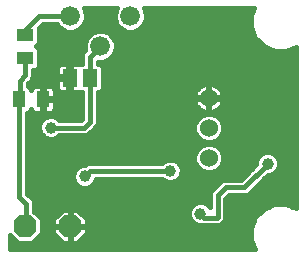
<source format=gbl>
G75*
%MOIN*%
%OFA0B0*%
%FSLAX24Y24*%
%IPPOS*%
%LPD*%
%AMOC8*
5,1,8,0,0,1.08239X$1,22.5*
%
%ADD10R,0.0512X0.0591*%
%ADD11C,0.0600*%
%ADD12OC8,0.0760*%
%ADD13R,0.0433X0.0551*%
%ADD14R,0.0551X0.0433*%
%ADD15C,0.0660*%
%ADD16C,0.0160*%
%ADD17C,0.0396*%
D10*
X002915Y006880D03*
X003585Y006880D03*
D11*
X007545Y006210D03*
X007545Y005210D03*
X007545Y004210D03*
D12*
X002930Y001930D03*
X001430Y001930D03*
D13*
X001226Y006165D03*
X002014Y006165D03*
D14*
X001430Y007536D03*
X001430Y008324D03*
D15*
X002930Y008930D03*
X003930Y007930D03*
X004930Y008930D03*
D16*
X000910Y001658D02*
X000910Y001160D01*
X009085Y001160D01*
X008950Y001485D01*
X008950Y001875D01*
X009099Y002235D01*
X009375Y002511D01*
X009735Y002660D01*
X010125Y002660D01*
X010450Y002525D01*
X010450Y007922D01*
X010125Y007787D01*
X009735Y007787D01*
X009375Y007936D01*
X009099Y008212D01*
X008950Y008572D01*
X008950Y008962D01*
X009047Y009196D01*
X005372Y009196D01*
X005440Y009031D01*
X005440Y008829D01*
X005362Y008641D01*
X005219Y008498D01*
X005031Y008420D01*
X004829Y008420D01*
X004641Y008498D01*
X004498Y008641D01*
X004420Y008829D01*
X004420Y009031D01*
X004488Y009196D01*
X003372Y009196D01*
X003440Y009031D01*
X003440Y008829D01*
X003362Y008641D01*
X003219Y008498D01*
X003031Y008420D01*
X002829Y008420D01*
X002641Y008498D01*
X002498Y008641D01*
X002486Y008670D01*
X002008Y008670D01*
X001886Y008548D01*
X001886Y008033D01*
X001783Y007930D01*
X001886Y007827D01*
X001886Y007245D01*
X001780Y007140D01*
X001690Y007140D01*
X001690Y006918D01*
X001650Y006823D01*
X001510Y006682D01*
X001510Y006621D01*
X001517Y006621D01*
X001623Y006515D01*
X001623Y006485D01*
X001629Y006510D01*
X001653Y006551D01*
X001687Y006585D01*
X001728Y006608D01*
X001773Y006621D01*
X001985Y006621D01*
X001985Y006193D01*
X002042Y006193D01*
X002410Y006193D01*
X002410Y006464D01*
X002398Y006510D01*
X002374Y006551D01*
X002341Y006585D01*
X002300Y006608D01*
X002254Y006621D01*
X002042Y006621D01*
X002042Y006193D01*
X002042Y006137D01*
X002410Y006137D01*
X002410Y005866D01*
X002398Y005820D01*
X002374Y005779D01*
X002341Y005745D01*
X002300Y005722D01*
X002254Y005709D01*
X002042Y005709D01*
X002042Y006137D01*
X001985Y006137D01*
X001985Y005709D01*
X001773Y005709D01*
X001728Y005722D01*
X001687Y005745D01*
X001653Y005779D01*
X001629Y005820D01*
X001623Y005845D01*
X001623Y005815D01*
X001517Y005709D01*
X001486Y005709D01*
X001486Y003021D01*
X001607Y002900D01*
X001680Y002827D01*
X001720Y002732D01*
X001720Y002432D01*
X001990Y002162D01*
X001990Y001698D01*
X001662Y001370D01*
X001198Y001370D01*
X000910Y001658D01*
X000910Y001631D02*
X000937Y001631D01*
X000910Y001473D02*
X001096Y001473D01*
X000910Y001314D02*
X009021Y001314D01*
X008955Y001473D02*
X003264Y001473D01*
X003162Y001370D02*
X003490Y001698D01*
X003490Y001910D01*
X002950Y001910D01*
X002950Y001950D01*
X003490Y001950D01*
X003490Y002162D01*
X003162Y002490D01*
X002950Y002490D01*
X002950Y001950D01*
X002910Y001950D01*
X002910Y002490D01*
X002698Y002490D01*
X002370Y002162D01*
X002370Y001950D01*
X002910Y001950D01*
X002910Y001910D01*
X002950Y001910D01*
X002950Y001370D01*
X003162Y001370D01*
X002950Y001473D02*
X002910Y001473D01*
X002910Y001370D02*
X002910Y001910D01*
X002370Y001910D01*
X002370Y001698D01*
X002698Y001370D01*
X002910Y001370D01*
X002910Y001631D02*
X002950Y001631D01*
X002950Y001790D02*
X002910Y001790D01*
X002910Y001948D02*
X001990Y001948D01*
X001990Y002107D02*
X002370Y002107D01*
X002473Y002265D02*
X001887Y002265D01*
X001728Y002424D02*
X002632Y002424D01*
X002910Y002424D02*
X002950Y002424D01*
X002950Y002265D02*
X002910Y002265D01*
X002910Y002107D02*
X002950Y002107D01*
X002950Y001948D02*
X008980Y001948D01*
X009046Y002107D02*
X008062Y002107D01*
X008060Y002103D02*
X008100Y002198D01*
X008100Y002302D01*
X008100Y002852D01*
X008218Y002970D01*
X008782Y002970D01*
X008877Y003010D01*
X008950Y003083D01*
X009510Y003642D01*
X009585Y003642D01*
X009724Y003699D01*
X009831Y003806D01*
X009888Y003945D01*
X009888Y004095D01*
X009831Y004234D01*
X009724Y004341D01*
X009585Y004398D01*
X009435Y004398D01*
X009296Y004341D01*
X009189Y004234D01*
X009132Y004095D01*
X009132Y004000D01*
X008622Y003490D01*
X008058Y003490D01*
X007963Y003450D01*
X007693Y003180D01*
X007620Y003107D01*
X007580Y003012D01*
X007580Y002575D01*
X007484Y002671D01*
X007345Y002728D01*
X007195Y002728D01*
X007056Y002671D01*
X006949Y002564D01*
X006892Y002425D01*
X006892Y002275D01*
X006949Y002136D01*
X007056Y002029D01*
X007195Y001972D01*
X007320Y001972D01*
X007348Y001960D01*
X007862Y001960D01*
X007957Y002000D01*
X008060Y002103D01*
X008100Y002265D02*
X009129Y002265D01*
X009288Y002424D02*
X008100Y002424D01*
X008100Y002582D02*
X009547Y002582D01*
X008925Y003058D02*
X010450Y003058D01*
X010450Y003216D02*
X009084Y003216D01*
X009242Y003375D02*
X010450Y003375D01*
X010450Y003533D02*
X009401Y003533D01*
X009705Y003692D02*
X010450Y003692D01*
X010450Y003850D02*
X009849Y003850D01*
X009888Y004009D02*
X010450Y004009D01*
X010450Y004167D02*
X009858Y004167D01*
X009739Y004326D02*
X010450Y004326D01*
X010450Y004484D02*
X007950Y004484D01*
X007952Y004482D02*
X007817Y004617D01*
X007640Y004690D01*
X007450Y004690D01*
X007273Y004617D01*
X007138Y004482D01*
X007065Y004305D01*
X007065Y004115D01*
X007138Y003938D01*
X007273Y003803D01*
X007450Y003730D01*
X007640Y003730D01*
X007817Y003803D01*
X007952Y003938D01*
X008025Y004115D01*
X008025Y004305D01*
X007952Y004482D01*
X008017Y004326D02*
X009281Y004326D01*
X009162Y004167D02*
X008025Y004167D01*
X007981Y004009D02*
X009132Y004009D01*
X008982Y003850D02*
X007864Y003850D01*
X007887Y003375D02*
X003719Y003375D01*
X003731Y003386D02*
X003786Y003520D01*
X005985Y003520D01*
X006046Y003459D01*
X006185Y003402D01*
X006335Y003402D01*
X006474Y003459D01*
X006581Y003566D01*
X006638Y003705D01*
X006638Y003855D01*
X006581Y003994D01*
X006474Y004101D01*
X006335Y004158D01*
X006185Y004158D01*
X006046Y004101D01*
X005985Y004040D01*
X003538Y004040D01*
X003443Y004000D01*
X003420Y003978D01*
X003335Y003978D01*
X003196Y003921D01*
X003089Y003814D01*
X003032Y003675D01*
X003032Y003525D01*
X003089Y003386D01*
X003196Y003279D01*
X003335Y003222D01*
X003485Y003222D01*
X003624Y003279D01*
X003731Y003386D01*
X003410Y003600D02*
X003590Y003780D01*
X006260Y003780D01*
X006548Y003533D02*
X008665Y003533D01*
X008824Y003692D02*
X006633Y003692D01*
X006638Y003850D02*
X007226Y003850D01*
X007109Y004009D02*
X006566Y004009D01*
X007065Y004167D02*
X001486Y004167D01*
X001486Y004326D02*
X007073Y004326D01*
X007140Y004484D02*
X001486Y004484D01*
X001486Y004643D02*
X007335Y004643D01*
X007450Y004730D02*
X007640Y004730D01*
X007817Y004803D01*
X007952Y004938D01*
X008025Y005115D01*
X008025Y005305D01*
X007952Y005482D01*
X007817Y005617D01*
X007640Y005690D01*
X007450Y005690D01*
X007273Y005617D01*
X007138Y005482D01*
X007065Y005305D01*
X007065Y005115D01*
X007138Y004938D01*
X007273Y004803D01*
X007450Y004730D01*
X007278Y004801D02*
X001486Y004801D01*
X001486Y004960D02*
X002006Y004960D01*
X001959Y005006D02*
X001902Y005145D01*
X001902Y005295D01*
X001959Y005434D01*
X002066Y005541D01*
X002205Y005598D01*
X002355Y005598D01*
X002494Y005541D01*
X002555Y005480D01*
X003282Y005480D01*
X003320Y005518D01*
X003320Y006405D01*
X003254Y006405D01*
X003241Y006417D01*
X003241Y006417D01*
X003195Y006405D01*
X002963Y006405D01*
X002963Y006832D01*
X002867Y006832D01*
X002479Y006832D01*
X002479Y006561D01*
X002492Y006515D01*
X002515Y006474D01*
X002549Y006441D01*
X002590Y006417D01*
X002636Y006405D01*
X002867Y006405D01*
X002867Y006832D01*
X002867Y006928D01*
X002479Y006928D01*
X002479Y007199D01*
X002492Y007245D01*
X002515Y007286D01*
X002549Y007319D01*
X002590Y007343D01*
X002636Y007355D01*
X002867Y007355D01*
X002867Y006928D01*
X002963Y006928D01*
X002963Y007355D01*
X003195Y007355D01*
X003241Y007343D01*
X003241Y007343D01*
X003254Y007355D01*
X003325Y007355D01*
X003325Y007636D01*
X003364Y007732D01*
X003432Y007800D01*
X003420Y007829D01*
X003420Y008031D01*
X003498Y008219D01*
X003641Y008362D01*
X003829Y008440D01*
X004031Y008440D01*
X004219Y008362D01*
X004362Y008219D01*
X004440Y008031D01*
X004440Y007829D01*
X004362Y007641D01*
X004219Y007498D01*
X004031Y007420D01*
X003845Y007420D01*
X003845Y007355D01*
X003915Y007355D01*
X004021Y007250D01*
X004021Y006510D01*
X003915Y006405D01*
X003840Y006405D01*
X003840Y005358D01*
X003800Y005263D01*
X003727Y005190D01*
X003537Y005000D01*
X003442Y004960D01*
X002555Y004960D01*
X002494Y004899D01*
X002355Y004842D01*
X002205Y004842D01*
X002066Y004899D01*
X001959Y005006D01*
X001913Y005118D02*
X001486Y005118D01*
X001486Y005277D02*
X001902Y005277D01*
X001960Y005435D02*
X001486Y005435D01*
X001486Y005594D02*
X002194Y005594D01*
X002042Y005752D02*
X001985Y005752D01*
X001985Y005911D02*
X002042Y005911D01*
X002042Y006069D02*
X001985Y006069D01*
X001985Y006228D02*
X002042Y006228D01*
X002042Y006386D02*
X001985Y006386D01*
X001985Y006545D02*
X002042Y006545D01*
X002378Y006545D02*
X002484Y006545D01*
X002410Y006386D02*
X003320Y006386D01*
X003320Y006228D02*
X002410Y006228D01*
X002410Y006069D02*
X003320Y006069D01*
X003320Y005911D02*
X002410Y005911D01*
X002347Y005752D02*
X003320Y005752D01*
X003320Y005594D02*
X002366Y005594D01*
X002280Y005220D02*
X003390Y005220D01*
X003580Y005410D01*
X003580Y006875D01*
X003585Y006880D01*
X003585Y007585D01*
X003930Y007930D01*
X003567Y008288D02*
X001886Y008288D01*
X001886Y008130D02*
X003461Y008130D01*
X003420Y007971D02*
X001824Y007971D01*
X001886Y007813D02*
X003427Y007813D01*
X003332Y007654D02*
X001886Y007654D01*
X001886Y007496D02*
X003325Y007496D01*
X002963Y007337D02*
X002867Y007337D01*
X002867Y007179D02*
X002963Y007179D01*
X002963Y007020D02*
X002867Y007020D01*
X002867Y006862D02*
X001666Y006862D01*
X001531Y006703D02*
X002479Y006703D01*
X002479Y007020D02*
X001690Y007020D01*
X001819Y007179D02*
X002479Y007179D01*
X002580Y007337D02*
X001886Y007337D01*
X001514Y007536D02*
X001430Y007536D01*
X001430Y006970D01*
X001250Y006790D01*
X001250Y006189D01*
X001226Y006165D01*
X001226Y002914D01*
X001460Y002680D01*
X001460Y001960D01*
X001430Y001930D01*
X001764Y001473D02*
X002596Y001473D01*
X002437Y001631D02*
X001923Y001631D01*
X001990Y001790D02*
X002370Y001790D01*
X001720Y002582D02*
X006967Y002582D01*
X006892Y002424D02*
X003228Y002424D01*
X003387Y002265D02*
X006896Y002265D01*
X006979Y002107D02*
X003490Y002107D01*
X003490Y001790D02*
X008950Y001790D01*
X008950Y001631D02*
X003423Y001631D01*
X001716Y002741D02*
X007580Y002741D01*
X007580Y002899D02*
X001609Y002899D01*
X001486Y003058D02*
X007599Y003058D01*
X007728Y003216D02*
X001486Y003216D01*
X001486Y003375D02*
X003101Y003375D01*
X003032Y003533D02*
X001486Y003533D01*
X001486Y003692D02*
X003039Y003692D01*
X003125Y003850D02*
X001486Y003850D01*
X001486Y004009D02*
X003462Y004009D01*
X002554Y004960D02*
X007129Y004960D01*
X007065Y005118D02*
X003656Y005118D01*
X003806Y005277D02*
X007065Y005277D01*
X007119Y005435D02*
X003840Y005435D01*
X003840Y005594D02*
X007250Y005594D01*
X007361Y005765D02*
X007433Y005742D01*
X007507Y005730D01*
X007525Y005730D01*
X007525Y006190D01*
X007565Y006190D01*
X007565Y006230D01*
X008025Y006230D01*
X008025Y006248D01*
X008013Y006322D01*
X007990Y006394D01*
X007956Y006462D01*
X007911Y006523D01*
X007858Y006576D01*
X007797Y006621D01*
X007729Y006655D01*
X007657Y006678D01*
X007583Y006690D01*
X007565Y006690D01*
X007565Y006230D01*
X007525Y006230D01*
X007525Y006690D01*
X007507Y006690D01*
X007433Y006678D01*
X007361Y006655D01*
X007293Y006621D01*
X007232Y006576D01*
X007179Y006523D01*
X007134Y006462D01*
X007100Y006394D01*
X007077Y006322D01*
X007065Y006248D01*
X007065Y006230D01*
X007525Y006230D01*
X007525Y006190D01*
X007065Y006190D01*
X007065Y006172D01*
X007077Y006098D01*
X007100Y006026D01*
X007134Y005958D01*
X007179Y005897D01*
X007232Y005844D01*
X007293Y005799D01*
X007361Y005765D01*
X007401Y005752D02*
X003840Y005752D01*
X003840Y005911D02*
X007169Y005911D01*
X007086Y006069D02*
X003840Y006069D01*
X003840Y006228D02*
X007525Y006228D01*
X007565Y006228D02*
X010450Y006228D01*
X010450Y006069D02*
X008004Y006069D01*
X008013Y006098D02*
X008025Y006172D01*
X008025Y006190D01*
X007565Y006190D01*
X007565Y005730D01*
X007583Y005730D01*
X007657Y005742D01*
X007729Y005765D01*
X007797Y005799D01*
X007858Y005844D01*
X007911Y005897D01*
X007956Y005958D01*
X007990Y006026D01*
X008013Y006098D01*
X007921Y005911D02*
X010450Y005911D01*
X010450Y005752D02*
X007689Y005752D01*
X007565Y005752D02*
X007525Y005752D01*
X007525Y005911D02*
X007565Y005911D01*
X007565Y006069D02*
X007525Y006069D01*
X007525Y006386D02*
X007565Y006386D01*
X007565Y006545D02*
X007525Y006545D01*
X007201Y006545D02*
X004021Y006545D01*
X004021Y006703D02*
X010450Y006703D01*
X010450Y006862D02*
X004021Y006862D01*
X004021Y007020D02*
X010450Y007020D01*
X010450Y007179D02*
X004021Y007179D01*
X003933Y007337D02*
X010450Y007337D01*
X010450Y007496D02*
X004214Y007496D01*
X004368Y007654D02*
X010450Y007654D01*
X010450Y007813D02*
X010187Y007813D01*
X009673Y007813D02*
X004433Y007813D01*
X004440Y007971D02*
X009340Y007971D01*
X009182Y008130D02*
X004399Y008130D01*
X004293Y008288D02*
X009068Y008288D01*
X009002Y008447D02*
X005095Y008447D01*
X005326Y008605D02*
X008950Y008605D01*
X008950Y008764D02*
X005413Y008764D01*
X005440Y008922D02*
X008950Y008922D01*
X008999Y009081D02*
X005420Y009081D01*
X004765Y008447D02*
X003095Y008447D01*
X003326Y008605D02*
X004534Y008605D01*
X004447Y008764D02*
X003413Y008764D01*
X003440Y008922D02*
X004420Y008922D01*
X004440Y009081D02*
X003420Y009081D01*
X002930Y008930D02*
X001900Y008930D01*
X001430Y008460D01*
X001430Y008324D01*
X001886Y008447D02*
X002765Y008447D01*
X002534Y008605D02*
X001943Y008605D01*
X002867Y006703D02*
X002963Y006703D01*
X002963Y006545D02*
X002867Y006545D01*
X003840Y006386D02*
X007097Y006386D01*
X007889Y006545D02*
X010450Y006545D01*
X010450Y006386D02*
X007993Y006386D01*
X007840Y005594D02*
X010450Y005594D01*
X010450Y005435D02*
X007971Y005435D01*
X008025Y005277D02*
X010450Y005277D01*
X010450Y005118D02*
X008025Y005118D01*
X007961Y004960D02*
X010450Y004960D01*
X010450Y004801D02*
X007812Y004801D01*
X007755Y004643D02*
X010450Y004643D01*
X009510Y004020D02*
X009510Y004010D01*
X008730Y003230D01*
X008110Y003230D01*
X007840Y002960D01*
X007840Y002250D01*
X007810Y002220D01*
X007400Y002220D01*
X007270Y002350D01*
X007573Y002582D02*
X007580Y002582D01*
X008100Y002741D02*
X010450Y002741D01*
X010450Y002899D02*
X008147Y002899D01*
X010313Y002582D02*
X010450Y002582D01*
X001680Y005752D02*
X001560Y005752D01*
X001593Y006545D02*
X001649Y006545D01*
D17*
X002280Y005220D03*
X003410Y003600D03*
X003560Y002850D03*
X006260Y003780D03*
X006870Y003030D03*
X007270Y002350D03*
X008620Y004420D03*
X009510Y004020D03*
X005420Y007130D03*
M02*

</source>
